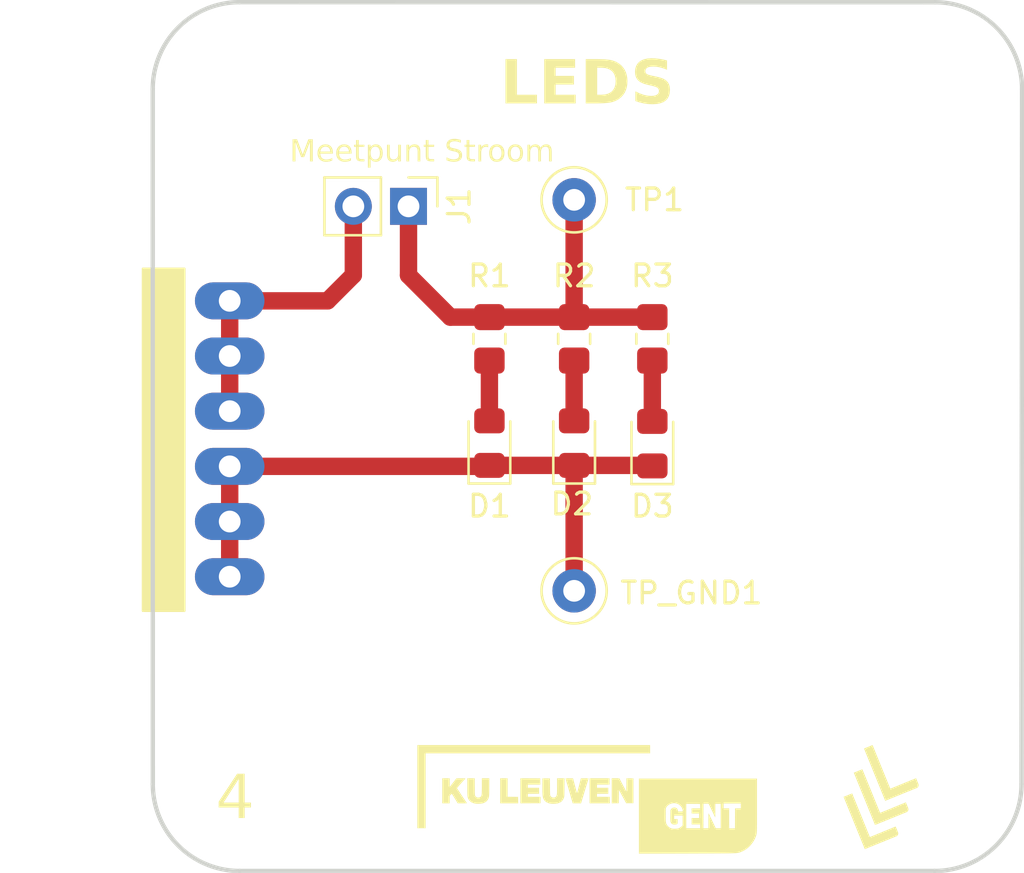
<source format=kicad_pcb>
(kicad_pcb (version 20221018) (generator pcbnew)
  (layers (0 "F.Cu" signal) (31 "B.Cu" signal) (34 "B.Paste" user) (35 "F.Paste" user) (36 "B.SilkS" user "B.Silkscreen") (37 "F.SilkS" user "F.Silkscreen") (38 "B.Mask" user) (39 "F.Mask" user) (44 "Edge.Cuts" user))
  (net 0 "")
  (net 1 "GND")
  (net 2 "Net-(D1-A)")
  (net 3 "Net-(D2-A)")
  (net 4 "Net-(D3-A)")
  (net 5 "Net-(J1-Pin_1)")
  (net 6 "Net-(J1-Pin_2)")
  (footprint "LED_SMD:LED_0805_2012Metric_Pad1.15x1.40mm_HandSolder" (layer "F.Cu") (at 115.5 60.3 90)
    (fp_text reference "D1" (at -2.9 0) (layer "F.SilkS"))
    (fp_text value "LED")
    (fp_line (start -1.86 -0.96) (end -1.86 0.96) (stroke (width 0.12)) (layer "F.SilkS"))
    (fp_line (start -1.86 0.96) (end 1 0.96) (stroke (width 0.12)) (layer "F.SilkS"))
    (fp_line (start 1 -0.96) (end -1.86 -0.96) (stroke (width 0.12)) (layer "F.SilkS"))
    (pad "1" smd roundrect (at -1.025 0 90) (size 1.15 1.4) (layers "F.Cu" "F.Paste" "F.Mask") (roundrect_rratio 0.2173913043) (net 1 "GND"))
    (pad "2" smd roundrect (at 1.025 0 90) (size 1.15 1.4) (layers "F.Cu" "F.Paste" "F.Mask") (roundrect_rratio 0.2173913043) (net 2 "Net-(D1-A)"))
  )
  (footprint "Resistor_SMD:R_0805_2012Metric_Pad1.20x1.40mm_HandSolder" (layer "F.Cu") (at 123 55.5 -90)
    (fp_text reference "R3" (at -2.9 0 -180) (layer "F.SilkS"))
    (fp_text value "R")
    (fp_line (start -0.227064 -0.735) (end 0.227064 -0.735) (stroke (width 0.12)) (layer "F.SilkS"))
    (fp_line (start -0.227064 0.735) (end 0.227064 0.735) (stroke (width 0.12)) (layer "F.SilkS"))
    (pad "1" smd roundrect (at -1 0 270) (size 1.2 1.4) (layers "F.Cu" "F.Paste" "F.Mask") (roundrect_rratio 0.2083333333) (net 5 "Net-(J1-Pin_1)"))
    (pad "2" smd roundrect (at 1 0 270) (size 1.2 1.4) (layers "F.Cu" "F.Paste" "F.Mask") (roundrect_rratio 0.2083333333) (net 4 "Net-(D3-A)"))
  )
  (footprint "TestPoint:TestPoint_Loop_D1.80mm_Drill1.0mm_Beaded" (layer "F.Cu") (at 119.4 49.1)
    (fp_text reference "TP1" (at 3.7 0) (layer "F.SilkS"))
    (fp_text value "TestPoint_Small")
    (fp_circle (center 0 0) (end 1.5 0) (stroke (width 0.12)) (fill none) (layer "F.SilkS"))
    (pad "1" thru_hole circle (at 0 0) (size 2 2) (drill 1) (layers "*.Cu" "*.Mask") (net 5 "Net-(J1-Pin_1)"))
  )
  (footprint "LED_SMD:LED_0805_2012Metric_Pad1.15x1.40mm_HandSolder" (layer "F.Cu") (at 119.4 60.3 90)
    (fp_text reference "D2" (at -2.8 -0.1 180) (layer "F.SilkS"))
    (fp_text value "LED")
    (fp_line (start -1.86 -0.96) (end -1.86 0.96) (stroke (width 0.12)) (layer "F.SilkS"))
    (fp_line (start -1.86 0.96) (end 1 0.96) (stroke (width 0.12)) (layer "F.SilkS"))
    (fp_line (start 1 -0.96) (end -1.86 -0.96) (stroke (width 0.12)) (layer "F.SilkS"))
    (pad "1" smd roundrect (at -1.025 0 90) (size 1.15 1.4) (layers "F.Cu" "F.Paste" "F.Mask") (roundrect_rratio 0.2173913043) (net 1 "GND"))
    (pad "2" smd roundrect (at 1.025 0 90) (size 1.15 1.4) (layers "F.Cu" "F.Paste" "F.Mask") (roundrect_rratio 0.2173913043) (net 3 "Net-(D2-A)"))
  )
  (footprint "Resistor_SMD:R_0805_2012Metric_Pad1.20x1.40mm_HandSolder" (layer "F.Cu") (at 119.4 55.5 -90)
    (fp_text reference "R2" (at -2.9 0 -180) (layer "F.SilkS"))
    (fp_text value "R")
    (fp_line (start -0.227064 -0.735) (end 0.227064 -0.735) (stroke (width 0.12)) (layer "F.SilkS"))
    (fp_line (start -0.227064 0.735) (end 0.227064 0.735) (stroke (width 0.12)) (layer "F.SilkS"))
    (pad "1" smd roundrect (at -1 0 270) (size 1.2 1.4) (layers "F.Cu" "F.Paste" "F.Mask") (roundrect_rratio 0.2083333333) (net 5 "Net-(J1-Pin_1)"))
    (pad "2" smd roundrect (at 1 0 270) (size 1.2 1.4) (layers "F.Cu" "F.Paste" "F.Mask") (roundrect_rratio 0.2083333333) (net 3 "Net-(D2-A)"))
  )
  (footprint "Connector_PinHeader_2.54mm:PinHeader_1x02_P2.54mm_Vertical" (layer "F.Cu") (at 111.775 49.4 -90)
    (fp_text reference "J1" (at 0 -2.33 90) (layer "F.SilkS"))
    (fp_text value "CurrentSense")
    (fp_line (start -1.33 -1.33) (end 0 -1.33) (stroke (width 0.12)) (layer "F.SilkS"))
    (fp_line (start -1.33 0) (end -1.33 -1.33) (stroke (width 0.12)) (layer "F.SilkS"))
    (fp_line (start -1.33 1.27) (end -1.33 3.87) (stroke (width 0.12)) (layer "F.SilkS"))
    (fp_line (start -1.33 1.27) (end 1.33 1.27) (stroke (width 0.12)) (layer "F.SilkS"))
    (fp_line (start -1.33 3.87) (end 1.33 3.87) (stroke (width 0.12)) (layer "F.SilkS"))
    (fp_line (start 1.33 1.27) (end 1.33 3.87) (stroke (width 0.12)) (layer "F.SilkS"))
    (pad "1" thru_hole rect (at 0 0 270) (size 1.7 1.7) (drill 1) (layers "*.Cu" "*.Mask") (net 5 "Net-(J1-Pin_1)"))
    (pad "2" thru_hole oval (at 0 2.54 270) (size 1.7 1.7) (drill 1) (layers "*.Cu" "*.Mask") (net 6 "Net-(J1-Pin_2)"))
  )
  (footprint "TestPoint:TestPoint_Loop_D2.50mm_Drill1.0mm" (layer "F.Cu") (at 119.4 67.1)
    (fp_text reference "TP_GND1" (at 5.4 0.1) (layer "F.SilkS"))
    (fp_text value "TestPoint_Small")
    (fp_circle (center 0 0) (end 1.5 0) (stroke (width 0.12)) (fill none) (layer "F.SilkS"))
    (pad "1" thru_hole circle (at 0 0) (size 2 2) (drill 1) (layers "*.Cu" "*.Mask") (net 1 "GND"))
  )
  (footprint "LED_SMD:LED_0805_2012Metric_Pad1.15x1.40mm_HandSolder" (layer "F.Cu") (at 123 60.325 90)
    (fp_text reference "D3" (at -2.875 0 180) (layer "F.SilkS"))
    (fp_text value "LED")
    (fp_line (start -1.86 -0.96) (end -1.86 0.96) (stroke (width 0.12)) (layer "F.SilkS"))
    (fp_line (start -1.86 0.96) (end 1 0.96) (stroke (width 0.12)) (layer "F.SilkS"))
    (fp_line (start 1 -0.96) (end -1.86 -0.96) (stroke (width 0.12)) (layer "F.SilkS"))
    (pad "1" smd roundrect (at -1.025 0 90) (size 1.15 1.4) (layers "F.Cu" "F.Paste" "F.Mask") (roundrect_rratio 0.2173913043) (net 1 "GND"))
    (pad "2" smd roundrect (at 1.025 0 90) (size 1.15 1.4) (layers "F.Cu" "F.Paste" "F.Mask") (roundrect_rratio 0.2173913043) (net 4 "Net-(D3-A)"))
  )
  (footprint "Resistor_SMD:R_0805_2012Metric_Pad1.20x1.40mm_HandSolder" (layer "F.Cu") (at 115.5 55.5 -90)
    (fp_text reference "R1" (at -2.9 0 -180) (layer "F.SilkS"))
    (fp_text value "R")
    (fp_line (start -0.227064 -0.735) (end 0.227064 -0.735) (stroke (width 0.12)) (layer "F.SilkS"))
    (fp_line (start -0.227064 0.735) (end 0.227064 0.735) (stroke (width 0.12)) (layer "F.SilkS"))
    (pad "1" smd roundrect (at -1 0 270) (size 1.2 1.4) (layers "F.Cu" "F.Paste" "F.Mask") (roundrect_rratio 0.2083333333) (net 5 "Net-(J1-Pin_1)"))
    (pad "2" smd roundrect (at 1 0 270) (size 1.2 1.4) (layers "F.Cu" "F.Paste" "F.Mask") (roundrect_rratio 0.2083333333) (net 2 "Net-(D1-A)"))
  )
  (footprint "Library:LLL_logo_kicad_small" (layer "F.Cu") (at 133.5 76.7)
    (fp_text reference "G***")
    (fp_text value "LOGO" hide)
    (fp_poly (pts (xy -0.359571 -2.497697) (xy -0.357537 -2.492742) (xy -0.354217 -2.48462) (xy -0.34965 -2.473424) (xy -0.343871 -2.459244) (xy -0.336919 -2.442173) (xy -0.32883 -2.422302) (xy -0.319641 -2.399723) (xy -0.309391 -2.374528) (xy -0.298116 -2.346808) (xy -0.285854 -2.316654) (xy -0.272642 -2.28416) (xy -0.258516 -2.249415) (xy -0.243515 -2.212512) (xy -0.227676 -2.173543) (xy -0.211035 -2.132599) (xy -0.193631 -2.089772) (xy -0.175499 -2.045154) (xy -0.156679 -1.998835) (xy -0.137206 -1.950909) (xy -0.117119 -1.901466) (xy -0.096454 -1.850599) (xy -0.075249 -1.798398) (xy -0.05354 -1.744956) (xy -0.031366 -1.690364) (xy -0.008764 -1.634714) (xy 0.01423 -1.578098) (xy 0.037578 -1.520607) (xy 0.048049 -1.494823) (xy 0.071541 -1.436975) (xy 0.094695 -1.379962) (xy 0.117473 -1.323875) (xy 0.139839 -1.268806) (xy 0.161755 -1.214847) (xy 0.183184 -1.162089) (xy 0.204088 -1.110624) (xy 0.224431 -1.060544) (xy 0.244175 -1.01194) (xy 0.263282 -0.964904) (xy 0.281717 -0.919527) (xy 0.299441 -0.875902) (xy 0.316417 -0.834119) (xy 0.332608 -0.794271) (xy 0.347977 -0.756448) (xy 0.362486 -0.720744) (xy 0.376098 -0.687249) (xy 0.388777 -0.656054) (xy 0.400484 -0.627253) (xy 0.411183 -0.600935) (xy 0.420836 -0.577194) (xy 0.429407 -0.55612) (xy 0.436857 -0.537805) (xy 0.443149 -0.522341) (xy 0.448247 -0.50982) (xy 0.452114 -0.500333) (xy 0.454711 -0.493971) (xy 0.456001 -0.490827) (xy 0.456146 -0.490486) (xy 0.457829 -0.491134) (xy 0.462737 -0.493107) (xy 0.470752 -0.496356) (xy 0.481753 -0.500832) (xy 0.495622 -0.506487) (xy 0.51224 -0.513271) (xy 0.531488 -0.521137) (xy 0.553246 -0.530035) (xy 0.577396 -0.539916) (xy 0.603818 -0.550732) (xy 0.632394 -0.562434) (xy 0.663004 -0.574973) (xy 0.695528 -0.5883) (xy 0.729849 -0.602367) (xy 0.765847 -0.617125) (xy 0.803403 -0.632524) (xy 0.842397 -0.648517) (xy 0.882711 -0.665055) (xy 0.924226 -0.682088) (xy 0.966822 -0.699568) (xy 1.010381 -0.717446) (xy 1.048468 -0.733081) (xy 1.092762 -0.75126) (xy 1.136199 -0.769078) (xy 1.178661 -0.786487) (xy 1.220028 -0.803437) (xy 1.260181 -0.81988) (xy 1.299001 -0.835767) (xy 1.336367 -0.85105) (xy 1.372162 -0.86568) (xy 1.406266 -0.879609) (xy 1.438559 -0.892788) (xy 1.468923 -0.905168) (xy 1.497237 -0.9167) (xy 1.523384 -0.927337) (xy 1.547243 -0.93703) (xy 1.568695 -0.945729) (xy 1.587621 -0.953387) (xy 1.603903 -0.959954) (xy 1.617419 -0.965383) (xy 1.628052 -0.969624) (xy 1.635682 -0.972629) (xy 1.64019 -0.97435) (xy 1.641479 -0.974765) (xy 1.642394 -0.97283) (xy 1.644534 -0.967862) (xy 1.647767 -0.960178) (xy 1.651965 -0.950097) (xy 1.656997 -0.937938) (xy 1.662732 -0.92402) (xy 1.669042 -0.908659) (xy 1.675794 -0.892176) (xy 1.68286 -0.874889) (xy 1.690109 -0.857115) (xy 1.697411 -0.839173) (xy 1.704636 -0.821382) (xy 1.711654 -0.804061) (xy 1.718334 -0.787527) (xy 1.724547 -0.772099) (xy 1.730162 -0.758096) (xy 1.735049 -0.745835) (xy 1.73521 -0.74543) (xy 1.74214 -0.727781) (xy 1.747748 -0.712956) (xy 1.752157 -0.700465) (xy 1.755489 -0.689818) (xy 1.757865 -0.680525) (xy 1.759407 -0.672096) (xy 1.760238 -0.66404) (xy 1.76048 -0.655866) (xy 1.760253 -0.647085) (xy 1.760158 -0.645122) (xy 1.757261 -0.623094) (xy 1.751028 -0.602044) (xy 1.741687 -0.582312) (xy 1.72946 -0.564243) (xy 1.714573 -0.548179) (xy 1.69725 -0.534463) (xy 1.681582 -0.525306) (xy 1.678716 -0.52403) (xy 1.672565 -0.521427) (xy 1.663198 -0.517524) (xy 1.65068 -0.512348) (xy 1.635079 -0.505927) (xy 1.616462 -0.498288) (xy 1.594898 -0.489459) (xy 1.570452 -0.479467) (xy 1.543192 -0.46834) (xy 1.513186 -0.456105) (xy 1.480501 -0.44279) (xy 1.445204 -0.428421) (xy 1.407362 -0.413027) (xy 1.367043 -0.396634) (xy 1.324314 -0.379271) (xy 1.279242 -0.360964) (xy 1.231894 -0.341741) (xy 1.182338 -0.32163) (xy 1.130642 -0.300658) (xy 1.123486 -0.297755) (xy 1.116449 -0.2949) (xy 1.106293 -0.290776) (xy 1.093248 -0.285478) (xy 1.077544 -0.279098) (xy 1.059411 -0.271731) (xy 1.039079 -0.263469) (xy 1.016777 -0.254407) (xy 0.992737 -0.244637) (xy 0.967187 -0.234254) (xy 0.940358 -0.22335) (xy 0.91248 -0.21202) (xy 0.883783 -0.200356) (xy 0.854496 -0.188453) (xy 0.824851 -0.176403) (xy 0.795076 -0.1643) (xy 0.765403 -0.152238) (xy 0.73606 -0.14031) (xy 0.707278 -0.12861) (xy 0.679287 -0.11723) (xy 0.652317 -0.106266) (xy 0.626598 -0.095809) (xy 0.60236 -0.085954) (xy 0.579833 -0.076794) (xy 0.559247 -0.068423) (xy 0.540831 -0.060934) (xy 0.532368 -0.057491) (xy 0.510854 -0.048743) (xy 0.488491 -0.039655) (xy 0.465543 -0.030334) (xy 0.44227 -0.020886) (xy 0.418936 -0.011416) (xy 0.395802 -0.002032) (xy 0.373131 0.007161) (xy 0.351184 0.016056) (xy 0.330226 0.024547) (xy 0.310516 0.032528) (xy 0.292319 0.039893) (xy 0.275895 0.046534) (xy 0.261508 0.052347) (xy 0.249419 0.057225) (xy 0.239891 0.061061) (xy 0.233186 0.063749) (xy 0.229567 0.065184) (xy 0.229552 0.065189) (xy 0.221392 0.068354) (xy 0.196636 0.007514) (xy 0.184328 -0.022737) (xy 0.173246 -0.049976) (xy 0.163253 -0.07454) (xy 0.154213 -0.096768) (xy 0.145989 -0.116995) (xy 0.138443 -0.135559) (xy 0.131439 -0.152797) (xy 0.124839 -0.169046) (xy 0.118507 -0.184643) (xy 0.112306 -0.199926) (xy 0.106099 -0.21523) (xy 0.099749 -0.230894) (xy 0.093119 -0.247254) (xy 0.090393 -0.253982) (xy 0.087414 -0.26133) (xy 0.083084 -0.272004) (xy 0.077413 -0.285983) (xy 0.070409 -0.303242) (xy 0.062082 -0.323759) (xy 0.052442 -0.347511) (xy 0.041497 -0.374475) (xy 0.029257 -0.404628) (xy 0.015731 -0.437946) (xy 0.00093 -0.474408) (xy -0.015139 -0.513989) (xy -0.032466 -0.556667) (xy -0.051041 -0.602419) (xy -0.070855 -0.651222) (xy -0.091899 -0.703053) (xy -0.114163 -0.757889) (xy -0.137638 -0.815707) (xy -0.162315 -0.876484) (xy -0.188185 -0.940198) (xy -0.215237 -1.006824) (xy -0.243463 -1.07634) (xy -0.272853 -1.148724) (xy -0.303399 -1.223951) (xy -0.33509 -1.302) (xy -0.367918 -1.382847) (xy -0.401873 -1.466469) (xy -0.436945 -1.552843) (xy -0.473126 -1.641946) (xy -0.510406 -1.733756) (xy -0.548776 -1.828249) (xy -0.588226 -1.925402) (xy -0.628747 -2.025193) (xy -0.67033 -2.127597) (xy -0.712965 -2.232594) (xy -0.722347 -2.255698) (xy -0.728937 -2.271954) (xy -0.735092 -2.287187) (xy -0.740681 -2.301071) (xy -0.745573 -2.313277) (xy -0.749638 -2.32348) (xy -0.752745 -2.331353) (xy -0.754764 -2.336569) (xy -0.755564 -2.338801) (xy -0.755572 -2.338852) (xy -0.753932 -2.339667) (xy -0.74919 -2.341731) (xy -0.741599 -2.34494) (xy -0.731411 -2.349191) (xy -0.718879 -2.354384) (xy -0.704255 -2.360414) (xy -0.687791 -2.36718) (xy -0.669739 -2.374579) (xy -0.650351 -2.382509) (xy -0.62988 -2.390867) (xy -0.608578 -2.399551) (xy -0.586698 -2.408458) (xy -0.564491 -2.417486) (xy -0.542209 -2.426533) (xy -0.520106 -2.435496) (xy -0.498433 -2.444272) (xy -0.477442 -2.452759) (xy -0.457386 -2.460856) (xy -0.438517 -2.468458) (xy -0.421087 -2.475464) (xy -0.405349 -2.481772) (xy -0.391554 -2.487278) (xy -0.379955 -2.491881) (xy -0.370804 -2.495478) (xy -0.364354 -2.497967) (xy -0.360856 -2.499245) (xy -0.360282 -2.499393)) (fill solid) (layer "F.SilkS"))
    (fp_poly (pts (xy -1.298956 -0.271694) (xy -1.296893 -0.266697) (xy -1.293545 -0.258532) (xy -1.28895 -0.247293) (xy -1.283144 -0.233071) (xy -1.276166 -0.215958) (xy -1.268052 -0.196046) (xy -1.25884 -0.173426) (xy -1.248567 -0.148191) (xy -1.23727 -0.120432) (xy -1.224987 -0.09024) (xy -1.211756 -0.057708) (xy -1.197612 -0.022928) (xy -1.182595 0.014009) (xy -1.16674 0.05301) (xy -1.150086 0.093985) (xy -1.132669 0.136841) (xy -1.114528 0.181487) (xy -1.095698 0.22783) (xy -1.076219 0.27578) (xy -1.056126 0.325243) (xy -1.035457 0.376129) (xy -1.014251 0.428345) (xy -0.992543 0.481799) (xy -0.970371 0.536401) (xy -0.947773 0.592058) (xy -0.924785 0.648678) (xy -0.901446 0.70617) (xy -0.891279 0.731215) (xy -0.867805 0.789045) (xy -0.844668 0.84604) (xy -0.821908 0.902108) (xy -0.79956 0.957158) (xy -0.777663 1.011097) (xy -0.756253 1.063835) (xy -0.735367 1.11528) (xy -0.715044 1.16534) (xy -0.69532 1.213923) (xy -0.676231 1.260937) (xy -0.657817 1.306292) (xy -0.640113 1.349894) (xy -0.623157 1.391654) (xy -0.606987 1.431478) (xy -0.591638 1.469276) (xy -0.57715 1.504955) (xy -0.563558 1.538424) (xy -0.5509 1.569592) (xy -0.539214 1.598366) (xy -0.528536 1.624655) (xy -0.518904 1.648367) (xy -0.510355 1.669411) (xy -0.502926 1.687695) (xy -0.496655 1.703127) (xy -0.491578 1.715616) (xy -0.487733 1.72507) (xy -0.485157 1.731397) (xy -0.483888 1.734505) (xy -0.483753 1.73483) (xy -0.48208 1.734177) (xy -0.477182 1.732199) (xy -0.469178 1.728946) (xy -0.458186 1.724465) (xy -0.444327 1.718806) (xy -0.427718 1.712017) (xy -0.408479 1.704148) (xy -0.38673 1.695246) (xy -0.362589 1.685362) (xy -0.336175 1.674543) (xy -0.307607 1.662838) (xy -0.277004 1.650296) (xy -0.244486 1.636966) (xy -0.210172 1.622898) (xy -0.17418 1.608138) (xy -0.136629 1.592737) (xy -0.09764 1.576743) (xy -0.05733 1.560205) (xy -0.015818 1.543171) (xy 0.026775 1.525691) (xy 0.070332 1.507813) (xy 0.108436 1.492171) (xy 0.152731 1.473992) (xy 0.196171 1.456174) (xy 0.238635 1.438765) (xy 0.280005 1.421816) (xy 0.320162 1.405373) (xy 0.358985 1.389486) (xy 0.396357 1.374203) (xy 0.432156 1.359574) (xy 0.466265 1.345646) (xy 0.498564 1.332468) (xy 0.528934 1.320088) (xy 0.557255 1.308556) (xy 0.583408 1.29792) (xy 0.607273 1.288228) (xy 0.628733 1.27953) (xy 0.647666 1.271873) (xy 0.663955 1.265307) (xy 0.677479 1.259879) (xy 0.68812 1.255639) (xy 0.695757 1.252635) (xy 0.700273 1.250916) (xy 0.701568 1.250502) (xy 0.702548 1.252471) (xy 0.704732 1.257409) (xy 0.707963 1.264937) (xy 0.712085 1.274675) (xy 0.716942 1.286244) (xy 0.722375 1.299263) (xy 0.72823 1.313352) (xy 0.734348 1.328133) (xy 0.740574 1.343225) (xy 0.746751 1.358248) (xy 0.752722 1.372823) (xy 0.758331 1.386569) (xy 0.763421 1.399108) (xy 0.767835 1.410058) (xy 0.771416 1.419041) (xy 0.774008 1.425676) (xy 0.775455 1.429584) (xy 0.775557 1.429891) (xy 0.777109 1.434267) (xy 0.779812 1.441415) (xy 0.783443 1.450768) (xy 0.787779 1.461753) (xy 0.792597 1.473801) (xy 0.796969 1.484612) (xy 0.803759 1.501539) (xy 0.809181 1.515711) (xy 0.813369 1.527661) (xy 0.816454 1.537926) (xy 0.818567 1.54704) (xy 0.819838 1.555538) (xy 0.820401 1.563955) (xy 0.820385 1.572826) (xy 0.820136 1.578933) (xy 0.818893 1.593973) (xy 0.816648 1.606841) (xy 0.813052 1.618922) (xy 0.807758 1.631599) (xy 0.805949 1.635394) (xy 0.79534 1.653287) (xy 0.781829 1.669803) (xy 0.766058 1.684283) (xy 0.748667 1.696068) (xy 0.744982 1.69808) (xy 0.741971 1.699462) (xy 0.735799 1.702121) (xy 0.726658 1.705981) (xy 0.714739 1.710962) (xy 0.700231 1.716986) (xy 0.683326 1.723974) (xy 0.664215 1.731848) (xy 0.643088 1.740529) (xy 0.620136 1.74994) (xy 0.59555 1.760001) (xy 0.569521 1.770634) (xy 0.54224 1.781761) (xy 0.513897 1.793303) (xy 0.484683 1.805182) (xy 0.47181 1.810411) (xy 0.420131 1.831396) (xy 0.370538 1.851533) (xy 0.32311 1.870792) (xy 0.277927 1.88914) (xy 0.235069 1.906544) (xy 0.194615 1.922971) (xy 0.156645 1.93839) (xy 0.12124 1.952769) (xy 0.088478 1.966074) (xy 0.05844 1.978273) (xy 0.031205 1.989335) (xy 0.006853 1.999225) (xy -0.014536 2.007913) (xy -0.032883 2.015366) (xy -0.048107 2.021551) (xy -0.060129 2.026436) (xy -0.067789 2.02955) (xy -0.074854 2.032422) (xy -0.08486 2.03649) (xy -0.097396 2.041587) (xy -0.112054 2.047547) (xy -0.128425 2.054203) (xy -0.1461 2.06139) (xy -0.16467 2.06894) (xy -0.183725 2.076688) (xy -0.197943 2.082469) (xy -0.22183 2.09218) (xy -0.247556 2.102637) (xy -0.274812 2.113714) (xy -0.30329 2.125287) (xy -0.332682 2.13723) (xy -0.362681 2.149418) (xy -0.392978 2.161726) (xy -0.423265 2.174029) (xy -0.453234 2.186201) (xy -0.482576 2.198118) (xy -0.510985 2.209655) (xy -0.538151 2.220686) (xy -0.563767 2.231086) (xy -0.587525 2.24073) (xy -0.609116 2.249493) (xy -0.628232 2.25725) (xy -0.644566 2.263875) (xy -0.655901 2.268471) (xy -0.669633 2.274011) (xy -0.68235 2.279091) (xy -0.693652 2.283556) (xy -0.703139 2.287249) (xy -0.710414 2.290016) (xy -0.715076 2.2917) (xy -0.716679 2.292165) (xy -0.71793 2.290532) (xy -0.720359 2.285839) (xy -0.723827 2.278394) (xy -0.728197 2.268505) (xy -0.733332 2.256481) (xy -0.739095 2.242628) (xy -0.742675 2.233866) (xy -0.754889 2.203789) (xy -0.767526 2.172673) (xy -0.78037 2.141047) (xy -0.793207 2.109441) (xy -0.805821 2.078384) (xy -0.817997 2.048407) (xy -0.82952 2.020039) (xy -0.840175 1.99381) (xy -0.849746 1.970249) (xy -0.852258 1.964067) (xy -0.855637 1.95575) (xy -0.860265 1.944354) (xy -0.866096 1.929997) (xy -0.873081 1.912798) (xy -0.881173 1.892872) (xy -0.890324 1.870338) (xy -0.900486 1.845313) (xy -0.911612 1.817915) (xy -0.923653 1.788262) (xy -0.936562 1.75647) (xy -0.950292 1.722658) (xy -0.964795 1.686942) (xy -0.980022 1.649441) (xy -0.995927 1.610273) (xy -1.012461 1.569553) (xy -1.029577 1.527401) (xy -1.047227 1.483934) (xy -1.065363 1.439268) (xy -1.083938 1.393523) (xy -1.102903 1.346815) (xy -1.122212 1.299261) (xy -1.141816 1.25098) (xy -1.161668 1.202088) (xy -1.181719 1.152704) (xy -1.201923 1.102945) (xy -1.222232 1.052929) (xy -1.242597 1.002772) (xy -1.262971 0.952593) (xy -1.283307 0.902509) (xy -1.303556 0.852638) (xy -1.323671 0.803097) (xy -1.343604 0.754004) (xy -1.363308 0.705476) (xy -1.382734 0.65763) (xy -1.401836 0.610585) (xy -1.420564 0.564458) (xy -1.438872 0.519366) (xy -1.456712 0.475427) (xy -1.474036 0.432759) (xy -1.490797 0.391478) (xy -1.506946 0.351704) (xy -1.522436 0.313552) (xy -1.537219 0.277141) (xy -1.551248 0.242588) (xy -1.564474 0.21001) (xy -1.576851 0.179526) (xy -1.588329 0.151253) (xy -1.598863 0.125308) (xy -1.608403 0.101809) (xy -1.616902 0.080873) (xy -1.624313 0.062618) (xy -1.630587 0.047161) (xy -1.635678 0.034621) (xy -1.639536 0.025114) (xy -1.642115 0.018758) (xy -1.643125 0.01627) (xy -1.649324 0.00098) (xy -1.656164 -0.01588) (xy -1.663208 -0.033238) (xy -1.670022 -0.050022) (xy -1.67617 -0.065157) (xy -1.679295 -0.072848) (xy -1.683886 -0.084224) (xy -1.687942 -0.094438) (xy -1.691289 -0.10303) (xy -1.693748 -0.109545) (xy -1.695143 -0.113522) (xy -1.695384 -0.114566) (xy -1.69333 -0.11554) (xy -1.688203 -0.117735) (xy -1.680255 -0.121051) (xy -1.66974 -0.125387) (xy -1.65691 -0.13064) (xy -1.642017 -0.13671) (xy -1.625314 -0.143495) (xy -1.607054 -0.150893) (xy -1.587489 -0.158803) (xy -1.566872 -0.167125) (xy -1.545456 -0.175755) (xy -1.523492 -0.184593) (xy -1.501235 -0.193538) (xy -1.478935 -0.202488) (xy -1.456847 -0.211341) (xy -1.435222 -0.219997) (xy -1.414314 -0.228353) (xy -1.394374 -0.236309) (xy -1.375656 -0.243762) (xy -1.358411 -0.250613) (xy -1.342894 -0.256758) (xy -1.329355 -0.262096) (xy -1.318049 -0.266527) (xy -1.309227 -0.269949) (xy -1.303142 -0.27226) (xy -1.300046 -0.273359) (xy -1.299697 -0.273434)) (fill solid) (layer "F.SilkS"))
    (fp_poly (pts (xy -0.830268 -1.384345) (xy -0.828167 -1.379391) (xy -0.824782 -1.371271) (xy -0.820149 -1.360076) (xy -0.814307 -1.345898) (xy -0.807292 -1.328828) (xy -0.799143 -1.308958) (xy -0.789896 -1.286381) (xy -0.779588 -1.261187) (xy -0.768258 -1.233468) (xy -0.755943 -1.203317) (xy -0.742679 -1.170824) (xy -0.728505 -1.136082) (xy -0.713458 -1.099182) (xy -0.697575 -1.060216) (xy -0.680893 -1.019276) (xy -0.663451 -0.976453) (xy -0.645285 -0.931839) (xy -0.626432 -0.885526) (xy -0.606931 -0.837606) (xy -0.586818 -0.78817) (xy -0.566131 -0.73731) (xy -0.544908 -0.685118) (xy -0.523185 -0.631686) (xy -0.501 -0.577105) (xy -0.478391 -0.521466) (xy -0.455395 -0.464862) (xy -0.432049 -0.407385) (xy -0.421937 -0.382486) (xy -0.398454 -0.324662) (xy -0.375308 -0.267671) (xy -0.352535 -0.211605) (xy -0.330174 -0.156556) (xy -0.308261 -0.102616) (xy -0.286834 -0.049875) (xy -0.265931 0.001573) (xy -0.245587 0.051638) (xy -0.225842 0.100227) (xy -0.206732 0.147249) (xy -0.188294 0.192612) (xy -0.170565 0.236224) (xy -0.153584 0.277993) (xy -0.137387 0.317828) (xy -0.122012 0.355638) (xy -0.107496 0.391329) (xy -0.093876 0.424811) (xy -0.081189 0.455992) (xy -0.069473 0.48478) (xy -0.058766 0.511083) (xy -0.049104 0.53481) (xy -0.040525 0.555868) (xy -0.033066 0.574166) (xy -0.026764 0.589613) (xy -0.021657 0.602116) (xy -0.017782 0.611583) (xy -0.015176 0.617924) (xy -0.013877 0.621046) (xy -0.01373 0.621376) (xy -0.012009 0.620766) (xy -0.007063 0.61883) (xy 0.000989 0.615618) (xy 0.012026 0.611176) (xy 0.02593 0.605556) (xy 0.042582 0.598804) (xy 0.061862 0.59097) (xy 0.083651 0.582102) (xy 0.107829 0.57225) (xy 0.134279 0.561462) (xy 0.162879 0.549786) (xy 0.193511 0.537271) (xy 0.226055 0.523967) (xy 0.260393 0.509921) (xy 0.296405 0.495183) (xy 0.333972 0.479801) (xy 0.372974 0.463824) (xy 0.413293 0.4473) (xy 0.454808 0.430279) (xy 0.497401 0.412809) (xy 0.540952 0.394938) (xy 0.578452 0.379545) (xy 0.628502 0.359003) (xy 0.676918 0.339145) (xy 0.723613 0.320006) (xy 0.768501 0.30162) (xy 0.811496 0.284024) (xy 0.85251 0.267252) (xy 0.891457 0.25134) (xy 0.92825 0.236322) (xy 0.962804 0.222234) (xy 0.995031 0.209112) (xy 1.024845 0.19699) (xy 1.052159 0.185903) (xy 1.076887 0.175888) (xy 1.098943 0.166978) (xy 1.118239 0.159209) (xy 1.134689 0.152617) (xy 1.148207 0.147236) (xy 1.158706 0.143102) (xy 1.166099 0.14025) (xy 1.170301 0.138715) (xy 1.171303 0.138448) (xy 1.172315 0.140428) (xy 1.174534 0.145374) (xy 1.177803 0.152907) (xy 1.181963 0.162645) (xy 1.186857 0.174208) (xy 1.192326 0.187215) (xy 1.198213 0.201285) (xy 1.20436 0.216037) (xy 1.210609 0.231091) (xy 1.216802 0.246065) (xy 1.222781 0.26058) (xy 1.228387 0.274254) (xy 1.233464 0.286707) (xy 1.237853 0.297558) (xy 1.241396 0.306425) (xy 1.243934 0.31293) (xy 1.245311 0.316689) (xy 1.245481 0.317252) (xy 1.246506 0.320315) (xy 1.24871 0.326233) (xy 1.251904 0.334516) (xy 1.255896 0.344676) (xy 1.260496 0.35622) (xy 1.265511 0.368661) (xy 1.265922 0.369675) (xy 1.27287 0.38702) (xy 1.278453 0.401582) (xy 1.282799 0.41387) (xy 1.286035 0.424393) (xy 1.28829 0.433662) (xy 1.289691 0.442185) (xy 1.290366 0.450472) (xy 1.290442 0.459033) (xy 1.290165 0.466304) (xy 1.288871 0.481472) (xy 1.286527 0.494481) (xy 1.282782 0.506721) (xy 1.277287 0.519581) (xy 1.276146 0.521943) (xy 1.265502 0.540013) (xy 1.252181 0.556611) (xy 1.23678 0.571124) (xy 1.219897 0.582942) (xy 1.212652 0.586883) (xy 1.209156 0.588472) (xy 1.202594 0.591296) (xy 1.193252 0.595237) (xy 1.181418 0.600176) (xy 1.167378 0.605995) (xy 1.151418 0.612575) (xy 1.133825 0.619798) (xy 1.114886 0.627546) (xy 1.094887 0.6357) (xy 1.074114 0.644141) (xy 1.071966 0.645013) (xy 1.047937 0.654759) (xy 1.022238 0.665184) (xy 0.995477 0.676041) (xy 0.96826 0.687083) (xy 0.941194 0.698065) (xy 0.914885 0.708741) (xy 0.88994 0.718864) (xy 0.866965 0.728189) (xy 0.846566 0.736469) (xy 0.841484 0.738532) (xy 0.82155 0.746624) (xy 0.801179 0.754894) (xy 0.780871 0.763138) (xy 0.761131 0.771152) (xy 0.742458 0.778732) (xy 0.725356 0.785675) (xy 0.710326 0.791776) (xy 0.697871 0.796832) (xy 0.692349 0.799074) (xy 0.68509 0.802021) (xy 0.674711 0.806237) (xy 0.661442 0.811627) (xy 0.645512 0.818099) (xy 0.627152 0.825559) (xy 0.606589 0.833913) (xy 0.584055 0.843069) (xy 0.559779 0.852934) (xy 0.533989 0.863413) (xy 0.506917 0.874415) (xy 0.478791 0.885844) (xy 0.449841 0.897609) (xy 0.420296 0.909616) (xy 0.390386 0.921771) (xy 0.388655 0.922474) (xy 0.341643 0.94158) (xy 0.297836 0.959383) (xy 0.257093 0.975941) (xy 0.219269 0.991313) (xy 0.184222 1.005556) (xy 0.151808 1.018728) (xy 0.121885 1.030889) (xy 0.094308 1.042095) (xy 0.068935 1.052406) (xy 0.045623 1.061879) (xy 0.024228 1.070572) (xy 0.004607 1.078544) (xy -0.013383 1.085853) (xy -0.029885 1.092557) (xy -0.045042 1.098715) (xy -0.058998 1.104384) (xy -0.071896 1.109622) (xy -0.083879 1.114488) (xy -0.09509 1.11904) (xy -0.105672 1.123337) (xy -0.115769 1.127435) (xy -0.125524 1.131395) (xy -0.13508 1.135272) (xy -0.14458 1.139127) (xy -0.154167 1.143017) (xy -0.161789 1.146109) (xy -0.178053 1.152699) (xy -0.193344 1.158882) (xy -0.207328 1.164523) (xy -0.219666 1.169486) (xy -0.230024 1.173636) (xy -0.238065 1.176838) (xy -0.243452 1.178958) (xy -0.245849 1.17986) (xy -0.245895 1.179874) (xy -0.247065 1.179318) (xy -0.248774 1.176943) (xy -0.251151 1.172477) (xy -0.254326 1.165644) (xy -0.258427 1.156171) (xy -0.263584 1.143783) (xy -0.267951 1.133082) (xy -0.272609 1.121609) (xy -0.278397 1.107361) (xy -0.285082 1.09091) (xy -0.292432 1.07283) (xy -0.300213 1.053694) (xy -0.308192 1.034075) (xy -0.316137 1.014546) (xy -0.323299 0.996947) (xy -0.331599 0.976545) (xy -0.340644 0.954302) (xy -0.350113 0.931005) (xy -0.359687 0.907439) (xy -0.369048 0.884389) (xy -0.377876 0.862641) (xy -0.385852 0.842981) (xy -0.390124 0.832446) (xy -0.392678 0.826146) (xy -0.39655 0.816603) (xy -0.401696 0.803923) (xy -0.408072 0.788213) (xy -0.415635 0.769578) (xy -0.424342 0.748127) (xy -0.434151 0.723964) (xy -0.445016 0.697197) (xy -0.456896 0.667932) (xy -0.469748 0.636276) (xy -0.483527 0.602335) (xy -0.498191 0.566215) (xy -0.513696 0.528023) (xy -0.529999 0.487865) (xy -0.547058 0.445849) (xy -0.564828 0.40208) (xy -0.583267 0.356665) (xy -0.602331 0.30971) (xy -0.621977 0.261322) (xy -0.642162 0.211607) (xy -0.662842 0.160672) (xy -0.683975 0.108624) (xy -0.705517 0.055568) (xy -0.727425 0.001611) (xy -0.749656 -0.053139) (xy -0.772166 -0.108578) (xy -0.794506 -0.163597) (xy -0.817231 -0.219566) (xy -0.839714 -0.274935) (xy -0.861909 -0.329599) (xy -0.883776 -0.383451) (xy -0.90527 -0.436387) (xy -0.926348 -0.488299) (xy -0.946969 -0.539083) (xy -0.967088 -0.588633) (xy -0.986663 -0.636842) (xy -1.005651 -0.683606) (xy -1.024009 -0.728818) (xy -1.041693 -0.772372) (xy -1.058662 -0.814163) (xy -1.074872 -0.854085) (xy -1.09028 -0.892032) (xy -1.104843 -0.927899) (xy -1.118518 -0.961579) (xy -1.131263 -0.992966) (xy -1.143034 -1.021956) (xy -1.153788 -1.048442) (xy -1.163483 -1.072319) (xy -1.172075 -1.09348) (xy -1.179521 -1.11182) (xy -1.18578 -1.127234) (xy -1.190806 -1.139614) (xy -1.194559 -1.148857) (xy -1.196991 -1.154846) (xy -1.203094 -1.169946) (xy -1.208717 -1.183993) (xy -1.213726 -1.196637) (xy -1.217984 -1.207529) (xy -1.221356 -1.216321) (xy -1.223705 -1.222663) (xy -1.224896 -1.226206) (xy -1.225005 -1.226839) (xy -1.223144 -1.227724) (xy -1.218191 -1.229848) (xy -1.2104 -1.233108) (xy -1.200025 -1.237402) (xy -1.187319 -1.242627) (xy -1.172537 -1.248681) (xy -1.155932 -1.255461) (xy -1.137757 -1.262866) (xy -1.118266 -1.270791) (xy -1.097713 -1.279135) (xy -1.076351 -1.287796) (xy -1.054434 -1.29667) (xy -1.032216 -1.305656) (xy -1.009951 -1.31465) (xy -0.987891 -1.323551) (xy -0.966291 -1.332256) (xy -0.945404 -1.340662) (xy -0.925484 -1.348666) (xy -0.906785 -1.356167) (xy -0.88956 -1.363062) (xy -0.874062 -1.369248) (xy -0.860547 -1.374623) (xy -0.849266 -1.379085) (xy -0.840474 -1.38253) (xy -0.834424 -1.384856) (xy -0.831371 -1.385962) (xy -0.831047 -1.38604)) (fill solid) (layer "F.SilkS"))
  )
  (footprint "Library:KUL_Gent_logo_kicad_small" (layer "F.Cu") (at 120 76.7)
    (fp_text reference "G***")
    (fp_text value "LOGO" hide)
    (fp_poly (pts (xy -3.662696 -0.54554) (xy -3.662696 -0.11967) (xy -3.421834 -0.117562) (xy -3.180972 -0.115455) (xy -3.178805 0.03384) (xy -3.176639 0.183134) (xy -3.590859 0.183134) (xy -4.005078 0.183134) (xy -4.005078 -0.394138) (xy -4.005078 -0.971411) (xy -3.833887 -0.971411) (xy -3.662696 -0.971411)) (fill solid) (layer "F.SilkS"))
    (fp_poly (pts (xy 2.898307 -2.309091) (xy 2.898307 -2.117994) (xy -2.269279 -2.117994) (xy -7.436865 -2.117994) (xy -7.436865 -0.394138) (xy -7.436865 1.329717) (xy -7.627962 1.329717) (xy -7.819059 1.329717) (xy -7.819059 -0.585236) (xy -7.819059 -2.500188) (xy -2.460376 -2.500188) (xy 2.898307 -2.500188)) (fill solid) (layer "F.SilkS"))
    (fp_poly (pts (xy 1.968793 -0.969585) (xy 2.129937 -0.96743) (xy 2.129937 -0.394138) (xy 2.129937 0.179153) (xy 1.962766 0.179153) (xy 1.795594 0.179153) (xy 1.628346 -0.12866) (xy 1.461097 -0.436474) (xy 1.457116 -0.12866) (xy 1.453135 0.179153) (xy 1.291897 0.181309) (xy 1.130658 0.183464) (xy 1.130658 -0.393973) (xy 1.130658 -0.971411) (xy 1.305092 -0.971411) (xy 1.479526 -0.971411) (xy 1.641503 -0.663844) (xy 1.80348 -0.356277) (xy 1.805564 -0.664009) (xy 1.807648 -0.97174)) (fill solid) (layer "F.SilkS"))
    (fp_poly (pts (xy -2.617633 -0.969486) (xy -2.161787 -0.96743) (xy -2.159617 -0.822116) (xy -2.157446 -0.676803) (xy -2.444272 -0.676803) (xy -2.731097 -0.676803) (xy -2.731097 -0.605141) (xy -2.731097 -0.53348) (xy -2.47232 -0.53348) (xy -2.213542 -0.53348) (xy -2.213542 -0.394138) (xy -2.213542 -0.254797) (xy -2.47232 -0.254797) (xy -2.731097 -0.254797) (xy -2.731097 -0.187215) (xy -2.731097 -0.119632) (xy -2.43848 -0.117544) (xy -2.145862 -0.115455) (xy -2.145862 0.031849) (xy -2.145862 0.179153) (xy -2.609671 0.181208) (xy -3.07348 0.183263) (xy -3.07348 -0.394139) (xy -3.07348 -0.971541)) (fill solid) (layer "F.SilkS"))
    (fp_poly (pts (xy 1.027147 -0.824107) (xy 1.027147 -0.676803) (xy 0.740502 -0.676803) (xy 0.453856 -0.676803) (xy 0.453856 -0.605141) (xy 0.453856 -0.53348) (xy 0.712633 -0.53348) (xy 0.971411 -0.53348) (xy 0.971411 -0.394138) (xy 0.971411 -0.254797) (xy 0.712633 -0.254797) (xy 0.453856 -0.254797) (xy 0.453856 -0.187215) (xy 0.453856 -0.119632) (xy 0.746473 -0.117544) (xy 1.039091 -0.115455) (xy 1.041257 0.03384) (xy 1.043424 0.183134) (xy 0.577448 0.183134) (xy 0.111473 0.183134) (xy 0.111473 -0.394138) (xy 0.111473 -0.971411) (xy 0.56931 -0.971411) (xy 1.027147 -0.971411)) (fill solid) (layer "F.SilkS"))
    (fp_poly (pts (xy 0.020703 -0.970087) (xy 0.041791 -0.969086) (xy 0.054515 -0.967283) (xy 0.060764 -0.964548) (xy 0.062426 -0.960751) (xy 0.061937 -0.957632) (xy 0.059082 -0.947881) (xy 0.051991 -0.924112) (xy 0.041031 -0.887553) (xy 0.026573 -0.839431) (xy 0.008985 -0.780973) (xy -0.011362 -0.713405) (xy -0.034101 -0.637953) (xy -0.05886 -0.555846) (xy -0.085272 -0.46831) (xy -0.11187 -0.380204) (xy -0.281977 0.183134) (xy -0.473698 0.183134) (xy -0.665419 0.183134) (xy -0.830358 -0.388244) (xy -0.856941 -0.480412) (xy -0.882198 -0.568132) (xy -0.905784 -0.650205) (xy -0.927357 -0.725428) (xy -0.946573 -0.792599) (xy -0.96309 -0.850518) (xy -0.976564 -0.897983) (xy -0.986651 -0.933791) (xy -0.99301 -0.956742) (xy -0.995296 -0.965635) (xy -0.995298 -0.965672) (xy -0.987718 -0.967346) (xy -0.966504 -0.968647) (xy -0.933943 -0.969524) (xy -0.892321 -0.969924) (xy -0.843925 -0.969796) (xy -0.822415 -0.969576) (xy -0.649531 -0.96743) (xy -0.560491 -0.626546) (xy -0.541905 -0.55559) (xy -0.524495 -0.489494) (xy -0.50868 -0.429828) (xy -0.494881 -0.378164) (xy -0.483519 -0.336072) (xy -0.475016 -0.305122) (xy -0.469791 -0.286885) (xy -0.468296 -0.282508) (xy -0.465738 -0.289301) (xy -0.459674 -0.310002) (xy -0.450516 -0.343082) (xy -0.438672 -0.387011) (xy -0.424551 -0.440261) (xy -0.408563 -0.501303) (xy -0.391116 -0.568609) (xy -0.377036 -0.623392) (xy -0.288929 -0.96743) (xy -0.111646 -0.969575) (xy -0.054126 -0.970201) (xy -0.01064 -0.970415)) (fill solid) (layer "F.SilkS"))
    (fp_poly (pts (xy -6.32824 -0.772574) (xy -6.326113 -0.573738) (xy -6.17542 -0.76938) (xy -6.137869 -0.817883) (xy -6.103178 -0.862221) (xy -6.072596 -0.900833) (xy -6.04737 -0.932161) (xy -6.02875 -0.954646) (xy -6.017985 -0.966728) (xy -6.016041 -0.968355) (xy -6.006004 -0.969178) (xy -5.982269 -0.969764) (xy -5.94706 -0.970098) (xy -5.902603 -0.970169) (xy -5.851122 -0.969964) (xy -5.803015 -0.969559) (xy -5.598674 -0.96743) (xy -5.797792 -0.745864) (xy -5.846307 -0.691484) (xy -5.889484 -0.6423) (xy -5.926387 -0.59943) (xy -5.956077 -0.563987) (xy -5.977617 -0.537089) (xy -5.990071 -0.519851) (xy -5.992835 -0.51368) (xy -5.987735 -0.505144) (xy -5.974643 -0.484671) (xy -5.954417 -0.453564) (xy -5.927912 -0.413126) (xy -5.895985 -0.36466) (xy -5.859495 -0.309469) (xy -5.819296 -0.248855) (xy -5.776247 -0.184123) (xy -5.766784 -0.169917) (xy -5.723196 -0.10448) (xy -5.68221 -0.042909) (xy -5.644688 0.013495) (xy -5.611497 0.063429) (xy -5.583499 0.105594) (xy -5.561559 0.138689) (xy -5.546543 0.161412) (xy -5.539313 0.172462) (xy -5.538862 0.173181) (xy -5.540118 0.17626) (xy -5.548942 0.178669) (xy -5.566758 0.180477) (xy -5.594991 0.181751) (xy -5.635064 0.182558) (xy -5.688402 0.182967) (xy -5.74638 0.183051) (xy -5.959843 0.182968) (xy -6.095204 -0.039589) (xy -6.127882 -0.093041) (xy -6.158003 -0.141781) (xy -6.184564 -0.184228) (xy -6.206562 -0.218798) (xy -6.222993 -0.243911) (xy -6.232855 -0.257982) (xy -6.235258 -0.260462) (xy -6.24234 -0.254121) (xy -6.257165 -0.23867) (xy -6.276999 -0.216991) (xy -6.285023 -0.208008) (xy -6.330094 -0.157239) (xy -6.330094 0.012948) (xy -6.330094 0.183134) (xy -6.501285 0.183134) (xy -6.672476 0.183134) (xy -6.672476 -0.394138) (xy -6.672476 -0.971411) (xy -6.501422 -0.971411) (xy -6.330367 -0.971411)) (fill solid) (layer "F.SilkS"))
    (fp_poly (pts (xy -5.17398 -0.587226) (xy -5.173385 -0.498402) (xy -5.172774 -0.424063) (xy -5.172088 -0.362768) (xy -5.171266 -0.313077) (xy -5.17025 -0.273549) (xy -5.168981 -0.242745) (xy -5.167399 -0.219223) (xy -5.165444 -0.201544) (xy -5.163058 -0.188268) (xy -5.16018 -0.177954) (xy -5.156757 -0.169171) (xy -5.131251 -0.129278) (xy -5.095484 -0.100777) (xy -5.051161 -0.084551) (xy -4.999987 -0.081487) (xy -4.989655 -0.082463) (xy -4.942418 -0.093996) (xy -4.905872 -0.116632) (xy -4.879273 -0.151129) (xy -4.861879 -0.19825) (xy -4.857879 -0.21758) (xy -4.855554 -0.239622) (xy -4.853551 -0.276632) (xy -4.851893 -0.327656) (xy -4.850599 -0.391741) (xy -4.849691 -0.467932) (xy -4.849189 -0.555276) (xy -4.849091 -0.619728) (xy -4.849091 -0.971411) (xy -4.6779 -0.971411) (xy -4.506708 -0.971411) (xy -4.506708 -0.581955) (xy -4.5068 -0.487269) (xy -4.507101 -0.407087) (xy -4.507646 -0.339989) (xy -4.508475 -0.284557) (xy -4.509624 -0.239369) (xy -4.51113 -0.203007) (xy -4.51303 -0.17405) (xy -4.515362 -0.151079) (xy -4.518162 -0.132674) (xy -4.518522 -0.130754) (xy -4.540514 -0.051022) (xy -4.573996 0.017754) (xy -4.61918 0.075803) (xy -4.676277 0.123353) (xy -4.745499 0.160632) (xy -4.809336 0.183097) (xy -4.852544 0.192259) (xy -4.906771 0.199028) (xy -4.967266 0.203231) (xy -5.029278 0.204694) (xy -5.088057 0.203243) (xy -5.138851 0.198704) (xy -5.156756 0.195816) (xy -5.242036 0.174179) (xy -5.314434 0.144029) (xy -5.374913 0.104721) (xy -5.424437 0.055609) (xy -5.46397 -0.003953) (xy -5.46877 -0.013178) (xy -5.47918 -0.034607) (xy -5.488013 -0.05534) (xy -5.495398 -0.076853) (xy -5.501463 -0.100621) (xy -5.506338 -0.128119) (xy -5.510151 -0.160821) (xy -5.51303 -0.200202) (xy -5.515105 -0.247738) (xy -5.516503 -0.304904) (xy -5.517353 -0.373173) (xy -5.517785 -0.454022) (xy -5.517926 -0.548924) (xy -5.517931 -0.576937) (xy -5.517931 -0.971411) (xy -5.347162 -0.971411) (xy -5.176393 -0.971411)) (fill solid) (layer "F.SilkS"))
    (fp_poly (pts (xy -1.044998 -0.559358) (xy -1.045692 -0.465926) (xy -1.046414 -0.387005) (xy -1.047215 -0.321179) (xy -1.048145 -0.267034) (xy -1.049257 -0.223155) (xy -1.050601 -0.188128) (xy -1.052228 -0.160539) (xy -1.05419 -0.138971) (xy -1.056538 -0.122011) (xy -1.059323 -0.108245) (xy -1.061622 -0.09953) (xy -1.090367 -0.022165) (xy -1.128766 0.042779) (xy -1.177649 0.096138) (xy -1.237844 0.138747) (xy -1.310181 0.17144) (xy -1.340375 0.181246) (xy -1.388497 0.191924) (xy -1.447551 0.199569) (xy -1.512803 0.204007) (xy -1.57952 0.205065) (xy -1.642967 0.202571) (xy -1.698412 0.196352) (xy -1.707931 0.194682) (xy -1.7827 0.174671) (xy -1.851343 0.144653) (xy -1.911246 0.106152) (xy -1.959798 0.060693) (xy -1.97825 0.036927) (xy -1.995612 0.010098) (xy -2.010489 -0.017132) (xy -2.023055 -0.046162) (xy -2.033482 -0.078392) (xy -2.041943 -0.115221) (xy -2.048612 -0.15805) (xy -2.053663 -0.208279) (xy -2.057267 -0.267307) (xy -2.059599 -0.336535) (xy -2.060831 -0.417362) (xy -2.061137 -0.511189) (xy -2.06069 -0.619415) (xy -2.060625 -0.629029) (xy -2.058276 -0.96743) (xy -1.887085 -0.96743) (xy -1.715893 -0.96743) (xy -1.711912 -0.581254) (xy -1.710985 -0.492854) (xy -1.710136 -0.418942) (xy -1.709291 -0.358082) (xy -1.708375 -0.308839) (xy -1.707316 -0.269778) (xy -1.706037 -0.239462) (xy -1.704465 -0.216457) (xy -1.702526 -0.199325) (xy -1.700146 -0.186632) (xy -1.69725 -0.176942) (xy -1.693764 -0.168819) (xy -1.690238 -0.161991) (xy -1.660888 -0.122386) (xy -1.622561 -0.095702) (xy -1.576178 -0.082386) (xy -1.526238 -0.082437) (xy -1.482069 -0.092933) (xy -1.447606 -0.113542) (xy -1.421933 -0.145416) (xy -1.404129 -0.189704) (xy -1.393277 -0.247559) (xy -1.393075 -0.249297) (xy -1.391426 -0.271653) (xy -1.3899 -0.307806) (xy -1.388537 -0.355626) (xy -1.387378 -0.412984) (xy -1.386465 -0.477753) (xy -1.385837 -0.547803) (xy -1.385535 -0.621006) (xy -1.385515 -0.642963) (xy -1.385454 -0.971411) (xy -1.213806 -0.971411) (xy -1.042158 -0.971411)) (fill solid) (layer "F.SilkS"))
    (fp_poly (pts (xy 7.81906 0.265696) (xy 7.819066 0.433108) (xy 7.819067 0.585391) (xy 7.819037 0.723341) (xy 7.818949 0.847755) (xy 7.818776 0.95943) (xy 7.818491 1.05916) (xy 7.818068 1.147743) (xy 7.817481 1.225974) (xy 7.816702 1.29465) (xy 7.815706 1.354566) (xy 7.814465 1.40652) (xy 7.812952 1.451307) (xy 7.811143 1.489724) (xy 7.809008 1.522566) (xy 7.806523 1.550629) (xy 7.80366 1.574711) (xy 7.800394 1.595607) (xy 7.796696 1.614113) (xy 7.792541 1.631026) (xy 7.787902 1.647141) (xy 7.782752 1.663255) (xy 7.777065 1.680164) (xy 7.771199 1.697513) (xy 7.725582 1.810785) (xy 7.666487 1.92055) (xy 7.59552 2.025065) (xy 7.514289 2.122587) (xy 7.424401 2.211374) (xy 7.327462 2.289684) (xy 7.225079 2.355775) (xy 7.118859 2.407904) (xy 7.114342 2.40976) (xy 7.068734 2.42785) (xy 7.028112 2.442474) (xy 6.989857 2.454068) (xy 6.951351 2.463064) (xy 6.909977 2.469896) (xy 6.863117 2.474996) (xy 6.808153 2.478798) (xy 6.742467 2.481736) (xy 6.664514 2.484212) (xy 6.635487 2.484824) (xy 6.59131 2.485461) (xy 6.532761 2.48612) (xy 6.460615 2.486796) (xy 6.375648 2.487486) (xy 6.278635 2.488186) (xy 6.170354 2.488891) (xy 6.051579 2.489597) (xy 5.923087 2.4903) (xy 5.785654 2.490997) (xy 5.640055 2.491684) (xy 5.487066 2.492355) (xy 5.327464 2.493007) (xy 5.162025 2.493637) (xy 4.991524 2.49424) (xy 4.816736 2.494812) (xy 4.638439 2.495349) (xy 4.457408 2.495846) (xy 4.405188 2.495981) (xy 2.380752 2.501128) (xy 2.380752 0.791859) (xy 3.615918 0.791859) (xy 3.615992 0.864562) (xy 3.616858 0.924932) (xy 3.618688 0.974762) (xy 3.621652 1.015845) (xy 3.625921 1.049974) (xy 3.631665 1.078941) (xy 3.639056 1.104538) (xy 3.648264 1.12856) (xy 3.659023 1.151906) (xy 3.697264 1.212484) (xy 3.747466 1.264462) (xy 3.807191 1.306046) (xy 3.874002 1.33544) (xy 3.925455 1.348104) (xy 3.952691 1.3508) (xy 3.990833 1.352194) (xy 4.034921 1.352353) (xy 4.079995 1.351346) (xy 4.121096 1.34924) (xy 4.153263 1.346103) (xy 4.160873 1.34489) (xy 4.2273 1.325486) (xy 4.288118 1.292351) (xy 4.345248 1.24444) (xy 4.345419 1.244269) (xy 4.395235 1.194652) (xy 4.395235 0.971558) (xy 4.395235 0.748464) (xy 4.200157 0.748464) (xy 4.005078 0.748464) (xy 4.005078 0.828087) (xy 4.005078 0.907711) (xy 4.084702 0.907711) (xy 4.164326 0.907711) (xy 4.164326 1.011222) (xy 4.164084 1.054443) (xy 4.163105 1.084681) (xy 4.161008 1.104873) (xy 4.157412 1.117956) (xy 4.151938 1.126867) (xy 4.148918 1.130141) (xy 4.121145 1.147477) (xy 4.07936 1.158228) (xy 4.024107 1.162261) (xy 4.017022 1.162288) (xy 3.960121 1.156621) (xy 3.914193 1.13961) (xy 3.878591 1.1108) (xy 3.852667 1.069738) (xy 3.841496 1.039054) (xy 3.837909 1.024281) (xy 3.835126 1.006294) (xy 3.833081 0.983211) (xy 3.831711 0.953148) (xy 3.83095 0.914222) (xy 3.830735 0.864549) (xy 3.831001 0.802246) (xy 3.831475 0.74632) (xy 3.833887 0.496358) (xy 3.858101 0.457191) (xy 3.890245 0.41963) (xy 3.932041 0.392733) (xy 3.980386 0.377626) (xy 4.032179 0.375436) (xy 4.066425 0.381527) (xy 4.109486 0.399751) (xy 4.141767 0.428698) (xy 4.163975 0.469255) (xy 4.176416 0.519545) (xy 4.182059 0.557366) (xy 4.288897 0.557366) (xy 4.33515 0.557209) (xy 4.36757 0.555827) (xy 4.388246 0.551856) (xy 4.399271 0.543929) (xy 4.402734 0.530682) (xy 4.400726 0.510749) (xy 4.396229 0.487272) (xy 4.374371 0.416406) (xy 4.339173 0.352082) (xy 4.292351 0.295653) (xy 4.235624 0.248476) (xy 4.170705 0.211905) (xy 4.15601 0.206839) (xy 4.562445 0.206839) (xy 4.562445 0.768278) (xy 4.562445 1.329717) (xy 4.880941 1.329717) (xy 5.199436 1.329717) (xy 5.350614 1.329717) (xy 5.466122 1.329717) (xy 5.58163 1.329717) (xy 5.58163 0.982884) (xy 5.581774 0.910474) (xy 5.582185 0.843369) (xy 5.582834 0.783158) (xy 5.58369 0.731431) (xy 5.584723 0.68978) (xy 5.585903 0.659794) (xy 5.587199 0.643063) (xy 5.58813 0.640068) (xy 5.592751 0.647861) (xy 5.603473 0.668637) (xy 5.619603 0.700978) (xy 5.640449 0.743464) (xy 5.665318 0.794675) (xy 5.693518 0.853192) (xy 5.724356 0.917596) (xy 5.75714 0.986468) (xy 5.757331 0.986869) (xy 5.920031 1.329653) (xy 6.033495 1.329685) (xy 6.146959 1.329717) (xy 6.146959 0.768369) (xy 6.146959 0.207022) (xy 6.023542 0.207022) (xy 5.900125 0.207022) (xy 5.900125 0.523128) (xy 5.899957 0.595449) (xy 5.899474 0.660764) (xy 5.89871 0.717629) (xy 5.897695 0.764602) (xy 5.896463 0.80024) (xy 5.895046 0.823099) (xy 5.893477 0.831738) (xy 5.893181 0.83167) (xy 5.888416 0.823045) (xy 5.87767 0.801526) (xy 5.861681 0.768655) (xy 5.84119 0.725975) (xy 5.816933 0.67503) (xy 5.789652 0.617362) (xy 5.760084 0.554514) (xy 5.744629 0.521536) (xy 5.714145 0.456554) (xy 5.685541 0.395875) (xy 5.659563 0.341061) (xy 5.636957 0.293671) (xy 5.618468 0.255265) (xy 5.604842 0.227403) (xy 5.596825 0.211646) (xy 5.595162 0.208806) (xy 5.587387 0.204613) (xy 5.570497 0.201895) (xy 5.542602 0.200529) (xy 5.501817 0.200395) (xy 5.471001 0.200843) (xy 5.354702 0.20304) (xy 5.352658 0.766379) (xy 5.350614 1.329717) (xy 5.199436 1.329717) (xy 5.199436 1.242131) (xy 5.199436 1.154545) (xy 5.004357 1.154545) (xy 4.809279 1.154545) (xy 4.809279 1.007241) (xy 4.809279 0.859937) (xy 4.98047 0.859937) (xy 5.151662 0.859937) (xy 5.151662 0.756426) (xy 5.151662 0.652915) (xy 4.98047 0.652915) (xy 4.809279 0.652915) (xy 4.809279 0.533479) (xy 4.809279 0.414043) (xy 5.004595 0.414043) (xy 5.199912 0.414043) (xy 5.197683 0.312523) (xy 5.195455 0.211003) (xy 4.87895 0.208921) (xy 4.562445 0.206839) (xy 4.15601 0.206839) (xy 4.110346 0.191097) (xy 6.28232 0.191097) (xy 6.28232 0.30257) (xy 6.28232 0.414043) (xy 6.409718 0.414043) (xy 6.537116 0.414043) (xy 6.537116 0.870553) (xy 6.537209 0.954369) (xy 6.537478 1.033399) (xy 6.537905 1.106211) (xy 6.538473 1.171376) (xy 6.539165 1.227462) (xy 6.539965 1.27304) (xy 6.540854 1.306678) (xy 6.541817 1.326947) (xy 6.542614 1.332562) (xy 6.552062 1.334293) (xy 6.574616 1.335528) (xy 6.607463 1.336194) (xy 6.647789 1.336223) (xy 6.675984 1.335879) (xy 6.803856 1.333699) (xy 6.805911 0.873871) (xy 6.807966 0.414043) (xy 6.939281 0.414043) (xy 7.070596 0.414043) (xy 7.070596 0.30257) (xy 7.070596 0.191097) (xy 6.676458 0.191097) (xy 6.28232 0.191097) (xy 4.110346 0.191097) (xy 4.099314 0.187294) (xy 4.023165 0.175999) (xy 4.001097 0.175407) (xy 3.930118 0.181671) (xy 3.860553 0.199493) (xy 3.795054 0.227419) (xy 3.736272 0.263998) (xy 3.686858 0.307775) (xy 3.649464 0.357298) (xy 3.641152 0.372718) (xy 3.618903 0.418025) (xy 3.616466 0.70503) (xy 3.615918 0.791859) (xy 2.380752 0.791859) (xy 2.380752 0.772821) (xy 2.380752 -0.955486) (xy 5.099906 -0.955486) (xy 7.81906 -0.955486)) (fill solid) (layer "F.SilkS"))
  )
  (footprint "Library:Connector_Male_LLL" (layer "F.Cu") (at 100.8 60.1 180)
    (fp_text reference "J2" hide)
    (fp_text value "Conn_01x06_Pin")
    (fp_poly (pts (xy -0.6604 -7.9248) (xy 1.2552 -7.9248) (xy 1.2552 7.8324) (xy -0.6604 7.8324)) (stroke (width 0.1)) (fill solid) (layer "F.SilkS"))
    (pad "1" thru_hole oval (at -2.7432 -6.35 180) (size 3.2 1.7) (drill 1) (layers "*.Cu" "*.Mask") (net 1 "GND"))
    (pad "2" thru_hole oval (at -2.7432 -3.81 180) (size 3.2 1.7) (drill 1) (layers "*.Cu" "*.Mask") (net 1 "GND"))
    (pad "3" thru_hole oval (at -2.7432 -1.27 180) (size 3.2 1.7) (drill 1) (layers "*.Cu" "*.Mask") (net 1 "GND"))
    (pad "4" thru_hole oval (at -2.7432 1.27 180) (size 3.2 1.7) (drill 1) (layers "*.Cu" "*.Mask") (net 6 "Net-(J1-Pin_2)"))
    (pad "5" thru_hole oval (at -2.7432 3.81 180) (size 3.2 1.7) (drill 1) (layers "*.Cu" "*.Mask") (net 6 "Net-(J1-Pin_2)"))
    (pad "6" thru_hole oval (at -2.7432 6.35 180) (size 3.2 1.7) (drill 1) (layers "*.Cu" "*.Mask") (net 6 "Net-(J1-Pin_2)"))
  )
  (gr_line (start 139.996573 75.996573) (end 140.021573 44.003427) (stroke (width 0.2)) (layer "Edge.Cuts"))
  (gr_line (start 104 40) (end 136.021573 40.003427) (stroke (width 0.2)) (layer "Edge.Cuts"))
  (gr_line (start 104.003427 79.996573) (end 135.996573 79.996573) (stroke (width 0.2)) (layer "Edge.Cuts"))
  (gr_arc (start 139.996573 75.996573) (mid 138.825 78.825) (end 135.996573 79.996573) (stroke (width 0.2)) (layer "Edge.Cuts"))
  (gr_line (start 100 44) (end 100.003427 75.996573) (stroke (width 0.2)) (layer "Edge.Cuts"))
  (gr_arc (start 136.021573 40.003427) (mid 138.85 41.175) (end 140.021573 44.003427) (stroke (width 0.2)) (layer "Edge.Cuts"))
  (gr_arc (start 100 44) (mid 101.171573 41.171573) (end 104 40) (stroke (width 0.2)) (layer "Edge.Cuts"))
  (gr_arc (start 104.003427 79.996573) (mid 101.175 78.825) (end 100.003427 75.996573) (stroke (width 0.2)) (layer "Edge.Cuts"))
  (gr_text "Meetpunt Stroom" (at 106.3 47.5) (layer "F.SilkS") (effects (font (size 1 1)) (justify left bottom)))
  (gr_text "4" (at 102.9 77.9) (layer "F.SilkS") (effects (font (size 2 2)) (justify left bottom)))
  (gr_text "LEDS" (at 120 45) (layer "F.SilkS") (effects (font (size 2 2) (thickness 0.3) bold) (justify bottom)))
  (segment (start 115.5 61.325) (end 119.4 61.325) (width 0.8) (layer "F.Cu") (net 1))
  (segment (start 103.5432 61.37) (end 103.5432 63.91) (width 0.8) (layer "F.Cu") (net 1))
  (segment (start 119.4 61.325) (end 119.4 67.1) (width 0.8) (layer "F.Cu") (net 1))
  (segment (start 119.4 61.325) (end 122.975 61.325) (width 0.8) (layer "F.Cu") (net 1))
  (segment (start 122.975 61.325) (end 123 61.35) (width 0.8) (layer "F.Cu") (net 1))
  (segment (start 123.075 61.325) (end 123.1 61.35) (width 0.4) (layer "F.Cu") (net 1))
  (segment (start 115.455 61.37) (end 115.5 61.325) (width 0.8) (layer "F.Cu") (net 1))
  (segment (start 103.5432 65.35) (end 103.5432 63.91) (width 0.8) (layer "F.Cu") (net 1))
  (segment (start 103.5432 61.37) (end 115.455 61.37) (width 0.8) (layer "F.Cu") (net 1))
  (segment (start 103.5432 66.45) (end 103.5432 65.35) (width 0.8) (layer "F.Cu") (net 1))
  (segment (start 115.5 56.5) (end 115.5 59.275) (width 0.8) (layer "F.Cu") (net 2))
  (segment (start 119.4 56.5) (end 119.4 59.275) (width 0.8) (layer "F.Cu") (net 3))
  (segment (start 123 56.5) (end 123 59.3) (width 0.8) (layer "F.Cu") (net 4))
  (segment (start 113.7 54.5) (end 115.5 54.5) (width 0.8) (layer "F.Cu") (net 5))
  (segment (start 111.775 52.575) (end 113.7 54.5) (width 0.8) (layer "F.Cu") (net 5))
  (segment (start 119.4 54.5) (end 123 54.5) (width 0.8) (layer "F.Cu") (net 5))
  (segment (start 111.775 49.4) (end 111.775 52.575) (width 0.8) (layer "F.Cu") (net 5))
  (segment (start 119.4 49.1) (end 119.4 54.5) (width 0.8) (layer "F.Cu") (net 5))
  (segment (start 115.5 54.5) (end 119.4 54.5) (width 0.8) (layer "F.Cu") (net 5))
  (segment (start 108.05 53.75) (end 109.235 52.565) (width 0.8) (layer "F.Cu") (net 6))
  (segment (start 103.5432 53.75) (end 108.05 53.75) (width 0.8) (layer "F.Cu") (net 6))
  (segment (start 103.5432 53.75) (end 103.5432 56.29) (width 0.8) (layer "F.Cu") (net 6))
  (segment (start 103.5432 58.83) (end 103.5432 56.29) (width 0.8) (layer "F.Cu") (net 6))
  (segment (start 109.235 52.565) (end 109.235 49.4) (width 0.8) (layer "F.Cu") (net 6))
)
</source>
